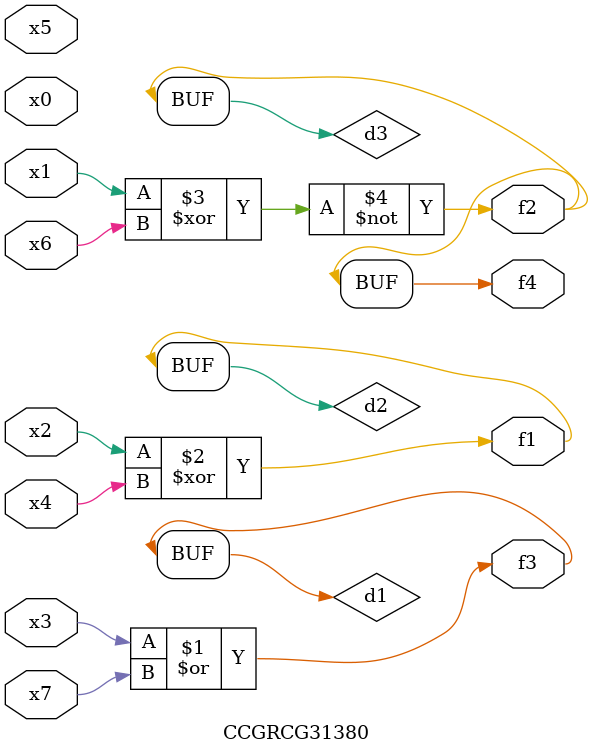
<source format=v>
module CCGRCG31380(
	input x0, x1, x2, x3, x4, x5, x6, x7,
	output f1, f2, f3, f4
);

	wire d1, d2, d3;

	or (d1, x3, x7);
	xor (d2, x2, x4);
	xnor (d3, x1, x6);
	assign f1 = d2;
	assign f2 = d3;
	assign f3 = d1;
	assign f4 = d3;
endmodule

</source>
